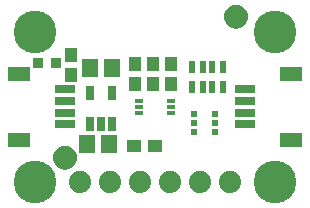
<source format=gbr>
G04 EAGLE Gerber RS-274X export*
G75*
%MOMM*%
%FSLAX34Y34*%
%LPD*%
%INSoldermask Top*%
%IPPOS*%
%AMOC8*
5,1,8,0,0,1.08239X$1,22.5*%
G01*
%ADD10R,1.341600X1.601600*%
%ADD11R,0.651600X1.301600*%
%ADD12R,1.101600X1.176600*%
%ADD13R,0.551600X1.001600*%
%ADD14R,0.601600X0.601600*%
%ADD15R,0.601600X0.501600*%
%ADD16C,1.879600*%
%ADD17C,3.617600*%
%ADD18R,1.651600X0.701600*%
%ADD19R,1.901600X1.301600*%
%ADD20C,1.101600*%
%ADD21C,0.500000*%
%ADD22R,0.901600X0.901600*%
%ADD23R,0.651600X0.351600*%
%ADD24R,1.176600X1.101600*%


D10*
X69240Y57150D03*
X88240Y57150D03*
D11*
X71780Y74629D03*
X81280Y74629D03*
X90780Y74629D03*
X90780Y100631D03*
X71780Y100631D03*
D10*
X71780Y121920D03*
X90780Y121920D03*
D12*
X110490Y108340D03*
X110490Y125340D03*
D13*
X184450Y105800D03*
X184450Y122800D03*
X175450Y105800D03*
X167450Y105800D03*
X158450Y105800D03*
X158450Y122800D03*
X175450Y122800D03*
X167450Y122800D03*
D14*
X177910Y67430D03*
D15*
X177910Y74930D03*
D14*
X177910Y82430D03*
X159910Y82430D03*
D15*
X159910Y74930D03*
D14*
X159910Y67430D03*
D16*
X63500Y25400D03*
X88900Y25400D03*
X114300Y25400D03*
X139700Y25400D03*
X165100Y25400D03*
X190500Y25400D03*
D17*
X25400Y152400D03*
X228600Y152400D03*
D18*
X203460Y83900D03*
X203460Y93900D03*
X203460Y73900D03*
X203460Y103900D03*
D19*
X242460Y60900D03*
X242460Y116900D03*
D18*
X50540Y93900D03*
X50540Y83900D03*
X50540Y103900D03*
X50540Y73900D03*
D19*
X11540Y116900D03*
X11540Y60900D03*
D20*
X50800Y45720D03*
D21*
X50800Y53220D02*
X50619Y53218D01*
X50438Y53211D01*
X50257Y53200D01*
X50076Y53185D01*
X49896Y53165D01*
X49716Y53141D01*
X49537Y53113D01*
X49359Y53080D01*
X49182Y53043D01*
X49005Y53002D01*
X48830Y52957D01*
X48655Y52907D01*
X48482Y52853D01*
X48311Y52795D01*
X48140Y52733D01*
X47972Y52666D01*
X47805Y52596D01*
X47639Y52522D01*
X47476Y52443D01*
X47315Y52361D01*
X47155Y52275D01*
X46998Y52185D01*
X46843Y52091D01*
X46690Y51994D01*
X46540Y51892D01*
X46392Y51788D01*
X46246Y51679D01*
X46104Y51568D01*
X45964Y51452D01*
X45827Y51334D01*
X45692Y51212D01*
X45561Y51087D01*
X45433Y50959D01*
X45308Y50828D01*
X45186Y50693D01*
X45068Y50556D01*
X44952Y50416D01*
X44841Y50274D01*
X44732Y50128D01*
X44628Y49980D01*
X44526Y49830D01*
X44429Y49677D01*
X44335Y49522D01*
X44245Y49365D01*
X44159Y49205D01*
X44077Y49044D01*
X43998Y48881D01*
X43924Y48715D01*
X43854Y48548D01*
X43787Y48380D01*
X43725Y48209D01*
X43667Y48038D01*
X43613Y47865D01*
X43563Y47690D01*
X43518Y47515D01*
X43477Y47338D01*
X43440Y47161D01*
X43407Y46983D01*
X43379Y46804D01*
X43355Y46624D01*
X43335Y46444D01*
X43320Y46263D01*
X43309Y46082D01*
X43302Y45901D01*
X43300Y45720D01*
X50800Y53220D02*
X50981Y53218D01*
X51162Y53211D01*
X51343Y53200D01*
X51524Y53185D01*
X51704Y53165D01*
X51884Y53141D01*
X52063Y53113D01*
X52241Y53080D01*
X52418Y53043D01*
X52595Y53002D01*
X52770Y52957D01*
X52945Y52907D01*
X53118Y52853D01*
X53289Y52795D01*
X53460Y52733D01*
X53628Y52666D01*
X53795Y52596D01*
X53961Y52522D01*
X54124Y52443D01*
X54285Y52361D01*
X54445Y52275D01*
X54602Y52185D01*
X54757Y52091D01*
X54910Y51994D01*
X55060Y51892D01*
X55208Y51788D01*
X55354Y51679D01*
X55496Y51568D01*
X55636Y51452D01*
X55773Y51334D01*
X55908Y51212D01*
X56039Y51087D01*
X56167Y50959D01*
X56292Y50828D01*
X56414Y50693D01*
X56532Y50556D01*
X56648Y50416D01*
X56759Y50274D01*
X56868Y50128D01*
X56972Y49980D01*
X57074Y49830D01*
X57171Y49677D01*
X57265Y49522D01*
X57355Y49365D01*
X57441Y49205D01*
X57523Y49044D01*
X57602Y48881D01*
X57676Y48715D01*
X57746Y48548D01*
X57813Y48380D01*
X57875Y48209D01*
X57933Y48038D01*
X57987Y47865D01*
X58037Y47690D01*
X58082Y47515D01*
X58123Y47338D01*
X58160Y47161D01*
X58193Y46983D01*
X58221Y46804D01*
X58245Y46624D01*
X58265Y46444D01*
X58280Y46263D01*
X58291Y46082D01*
X58298Y45901D01*
X58300Y45720D01*
X58298Y45539D01*
X58291Y45358D01*
X58280Y45177D01*
X58265Y44996D01*
X58245Y44816D01*
X58221Y44636D01*
X58193Y44457D01*
X58160Y44279D01*
X58123Y44102D01*
X58082Y43925D01*
X58037Y43750D01*
X57987Y43575D01*
X57933Y43402D01*
X57875Y43231D01*
X57813Y43060D01*
X57746Y42892D01*
X57676Y42725D01*
X57602Y42559D01*
X57523Y42396D01*
X57441Y42235D01*
X57355Y42075D01*
X57265Y41918D01*
X57171Y41763D01*
X57074Y41610D01*
X56972Y41460D01*
X56868Y41312D01*
X56759Y41166D01*
X56648Y41024D01*
X56532Y40884D01*
X56414Y40747D01*
X56292Y40612D01*
X56167Y40481D01*
X56039Y40353D01*
X55908Y40228D01*
X55773Y40106D01*
X55636Y39988D01*
X55496Y39872D01*
X55354Y39761D01*
X55208Y39652D01*
X55060Y39548D01*
X54910Y39446D01*
X54757Y39349D01*
X54602Y39255D01*
X54445Y39165D01*
X54285Y39079D01*
X54124Y38997D01*
X53961Y38918D01*
X53795Y38844D01*
X53628Y38774D01*
X53460Y38707D01*
X53289Y38645D01*
X53118Y38587D01*
X52945Y38533D01*
X52770Y38483D01*
X52595Y38438D01*
X52418Y38397D01*
X52241Y38360D01*
X52063Y38327D01*
X51884Y38299D01*
X51704Y38275D01*
X51524Y38255D01*
X51343Y38240D01*
X51162Y38229D01*
X50981Y38222D01*
X50800Y38220D01*
X50619Y38222D01*
X50438Y38229D01*
X50257Y38240D01*
X50076Y38255D01*
X49896Y38275D01*
X49716Y38299D01*
X49537Y38327D01*
X49359Y38360D01*
X49182Y38397D01*
X49005Y38438D01*
X48830Y38483D01*
X48655Y38533D01*
X48482Y38587D01*
X48311Y38645D01*
X48140Y38707D01*
X47972Y38774D01*
X47805Y38844D01*
X47639Y38918D01*
X47476Y38997D01*
X47315Y39079D01*
X47155Y39165D01*
X46998Y39255D01*
X46843Y39349D01*
X46690Y39446D01*
X46540Y39548D01*
X46392Y39652D01*
X46246Y39761D01*
X46104Y39872D01*
X45964Y39988D01*
X45827Y40106D01*
X45692Y40228D01*
X45561Y40353D01*
X45433Y40481D01*
X45308Y40612D01*
X45186Y40747D01*
X45068Y40884D01*
X44952Y41024D01*
X44841Y41166D01*
X44732Y41312D01*
X44628Y41460D01*
X44526Y41610D01*
X44429Y41763D01*
X44335Y41918D01*
X44245Y42075D01*
X44159Y42235D01*
X44077Y42396D01*
X43998Y42559D01*
X43924Y42725D01*
X43854Y42892D01*
X43787Y43060D01*
X43725Y43231D01*
X43667Y43402D01*
X43613Y43575D01*
X43563Y43750D01*
X43518Y43925D01*
X43477Y44102D01*
X43440Y44279D01*
X43407Y44457D01*
X43379Y44636D01*
X43355Y44816D01*
X43335Y44996D01*
X43320Y45177D01*
X43309Y45358D01*
X43302Y45539D01*
X43300Y45720D01*
D20*
X195580Y165100D03*
D21*
X195580Y172600D02*
X195399Y172598D01*
X195218Y172591D01*
X195037Y172580D01*
X194856Y172565D01*
X194676Y172545D01*
X194496Y172521D01*
X194317Y172493D01*
X194139Y172460D01*
X193962Y172423D01*
X193785Y172382D01*
X193610Y172337D01*
X193435Y172287D01*
X193262Y172233D01*
X193091Y172175D01*
X192920Y172113D01*
X192752Y172046D01*
X192585Y171976D01*
X192419Y171902D01*
X192256Y171823D01*
X192095Y171741D01*
X191935Y171655D01*
X191778Y171565D01*
X191623Y171471D01*
X191470Y171374D01*
X191320Y171272D01*
X191172Y171168D01*
X191026Y171059D01*
X190884Y170948D01*
X190744Y170832D01*
X190607Y170714D01*
X190472Y170592D01*
X190341Y170467D01*
X190213Y170339D01*
X190088Y170208D01*
X189966Y170073D01*
X189848Y169936D01*
X189732Y169796D01*
X189621Y169654D01*
X189512Y169508D01*
X189408Y169360D01*
X189306Y169210D01*
X189209Y169057D01*
X189115Y168902D01*
X189025Y168745D01*
X188939Y168585D01*
X188857Y168424D01*
X188778Y168261D01*
X188704Y168095D01*
X188634Y167928D01*
X188567Y167760D01*
X188505Y167589D01*
X188447Y167418D01*
X188393Y167245D01*
X188343Y167070D01*
X188298Y166895D01*
X188257Y166718D01*
X188220Y166541D01*
X188187Y166363D01*
X188159Y166184D01*
X188135Y166004D01*
X188115Y165824D01*
X188100Y165643D01*
X188089Y165462D01*
X188082Y165281D01*
X188080Y165100D01*
X195580Y172600D02*
X195761Y172598D01*
X195942Y172591D01*
X196123Y172580D01*
X196304Y172565D01*
X196484Y172545D01*
X196664Y172521D01*
X196843Y172493D01*
X197021Y172460D01*
X197198Y172423D01*
X197375Y172382D01*
X197550Y172337D01*
X197725Y172287D01*
X197898Y172233D01*
X198069Y172175D01*
X198240Y172113D01*
X198408Y172046D01*
X198575Y171976D01*
X198741Y171902D01*
X198904Y171823D01*
X199065Y171741D01*
X199225Y171655D01*
X199382Y171565D01*
X199537Y171471D01*
X199690Y171374D01*
X199840Y171272D01*
X199988Y171168D01*
X200134Y171059D01*
X200276Y170948D01*
X200416Y170832D01*
X200553Y170714D01*
X200688Y170592D01*
X200819Y170467D01*
X200947Y170339D01*
X201072Y170208D01*
X201194Y170073D01*
X201312Y169936D01*
X201428Y169796D01*
X201539Y169654D01*
X201648Y169508D01*
X201752Y169360D01*
X201854Y169210D01*
X201951Y169057D01*
X202045Y168902D01*
X202135Y168745D01*
X202221Y168585D01*
X202303Y168424D01*
X202382Y168261D01*
X202456Y168095D01*
X202526Y167928D01*
X202593Y167760D01*
X202655Y167589D01*
X202713Y167418D01*
X202767Y167245D01*
X202817Y167070D01*
X202862Y166895D01*
X202903Y166718D01*
X202940Y166541D01*
X202973Y166363D01*
X203001Y166184D01*
X203025Y166004D01*
X203045Y165824D01*
X203060Y165643D01*
X203071Y165462D01*
X203078Y165281D01*
X203080Y165100D01*
X203078Y164919D01*
X203071Y164738D01*
X203060Y164557D01*
X203045Y164376D01*
X203025Y164196D01*
X203001Y164016D01*
X202973Y163837D01*
X202940Y163659D01*
X202903Y163482D01*
X202862Y163305D01*
X202817Y163130D01*
X202767Y162955D01*
X202713Y162782D01*
X202655Y162611D01*
X202593Y162440D01*
X202526Y162272D01*
X202456Y162105D01*
X202382Y161939D01*
X202303Y161776D01*
X202221Y161615D01*
X202135Y161455D01*
X202045Y161298D01*
X201951Y161143D01*
X201854Y160990D01*
X201752Y160840D01*
X201648Y160692D01*
X201539Y160546D01*
X201428Y160404D01*
X201312Y160264D01*
X201194Y160127D01*
X201072Y159992D01*
X200947Y159861D01*
X200819Y159733D01*
X200688Y159608D01*
X200553Y159486D01*
X200416Y159368D01*
X200276Y159252D01*
X200134Y159141D01*
X199988Y159032D01*
X199840Y158928D01*
X199690Y158826D01*
X199537Y158729D01*
X199382Y158635D01*
X199225Y158545D01*
X199065Y158459D01*
X198904Y158377D01*
X198741Y158298D01*
X198575Y158224D01*
X198408Y158154D01*
X198240Y158087D01*
X198069Y158025D01*
X197898Y157967D01*
X197725Y157913D01*
X197550Y157863D01*
X197375Y157818D01*
X197198Y157777D01*
X197021Y157740D01*
X196843Y157707D01*
X196664Y157679D01*
X196484Y157655D01*
X196304Y157635D01*
X196123Y157620D01*
X195942Y157609D01*
X195761Y157602D01*
X195580Y157600D01*
X195399Y157602D01*
X195218Y157609D01*
X195037Y157620D01*
X194856Y157635D01*
X194676Y157655D01*
X194496Y157679D01*
X194317Y157707D01*
X194139Y157740D01*
X193962Y157777D01*
X193785Y157818D01*
X193610Y157863D01*
X193435Y157913D01*
X193262Y157967D01*
X193091Y158025D01*
X192920Y158087D01*
X192752Y158154D01*
X192585Y158224D01*
X192419Y158298D01*
X192256Y158377D01*
X192095Y158459D01*
X191935Y158545D01*
X191778Y158635D01*
X191623Y158729D01*
X191470Y158826D01*
X191320Y158928D01*
X191172Y159032D01*
X191026Y159141D01*
X190884Y159252D01*
X190744Y159368D01*
X190607Y159486D01*
X190472Y159608D01*
X190341Y159733D01*
X190213Y159861D01*
X190088Y159992D01*
X189966Y160127D01*
X189848Y160264D01*
X189732Y160404D01*
X189621Y160546D01*
X189512Y160692D01*
X189408Y160840D01*
X189306Y160990D01*
X189209Y161143D01*
X189115Y161298D01*
X189025Y161455D01*
X188939Y161615D01*
X188857Y161776D01*
X188778Y161939D01*
X188704Y162105D01*
X188634Y162272D01*
X188567Y162440D01*
X188505Y162611D01*
X188447Y162782D01*
X188393Y162955D01*
X188343Y163130D01*
X188298Y163305D01*
X188257Y163482D01*
X188220Y163659D01*
X188187Y163837D01*
X188159Y164016D01*
X188135Y164196D01*
X188115Y164376D01*
X188100Y164557D01*
X188089Y164738D01*
X188082Y164919D01*
X188080Y165100D01*
D17*
X25400Y25400D03*
X228600Y25400D03*
D22*
X28060Y125730D03*
X43060Y125730D03*
D12*
X55880Y132960D03*
X55880Y115960D03*
D23*
X113250Y93900D03*
X113250Y88900D03*
X113250Y83900D03*
X140750Y93900D03*
X140750Y88900D03*
X140750Y83900D03*
D24*
X109610Y55880D03*
X126610Y55880D03*
D12*
X140970Y108340D03*
X140970Y125340D03*
X125730Y125340D03*
X125730Y108340D03*
M02*

</source>
